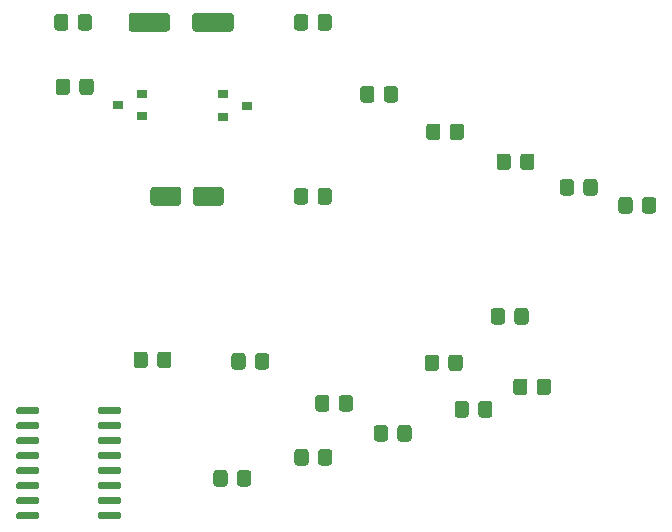
<source format=gbr>
%TF.GenerationSoftware,KiCad,Pcbnew,5.1.9-1.fc33*%
%TF.CreationDate,2021-01-27T11:43:12-03:00*%
%TF.ProjectId,santas_sequencer,73616e74-6173-45f7-9365-7175656e6365,rev?*%
%TF.SameCoordinates,Original*%
%TF.FileFunction,Paste,Bot*%
%TF.FilePolarity,Positive*%
%FSLAX46Y46*%
G04 Gerber Fmt 4.6, Leading zero omitted, Abs format (unit mm)*
G04 Created by KiCad (PCBNEW 5.1.9-1.fc33) date 2021-01-27 11:43:12*
%MOMM*%
%LPD*%
G01*
G04 APERTURE LIST*
%ADD10R,0.900000X0.800000*%
G04 APERTURE END LIST*
G36*
G01*
X121658000Y-102023000D02*
X121658000Y-100923000D01*
G75*
G02*
X121908000Y-100673000I250000J0D01*
G01*
X124008000Y-100673000D01*
G75*
G02*
X124258000Y-100923000I0J-250000D01*
G01*
X124258000Y-102023000D01*
G75*
G02*
X124008000Y-102273000I-250000J0D01*
G01*
X121908000Y-102273000D01*
G75*
G02*
X121658000Y-102023000I0J250000D01*
G01*
G37*
G36*
G01*
X118058000Y-102023000D02*
X118058000Y-100923000D01*
G75*
G02*
X118308000Y-100673000I250000J0D01*
G01*
X120408000Y-100673000D01*
G75*
G02*
X120658000Y-100923000I0J-250000D01*
G01*
X120658000Y-102023000D01*
G75*
G02*
X120408000Y-102273000I-250000J0D01*
G01*
X118308000Y-102273000D01*
G75*
G02*
X118058000Y-102023000I0J250000D01*
G01*
G37*
G36*
G01*
X121600000Y-87291000D02*
X121600000Y-86191000D01*
G75*
G02*
X121850000Y-85941000I250000J0D01*
G01*
X124850000Y-85941000D01*
G75*
G02*
X125100000Y-86191000I0J-250000D01*
G01*
X125100000Y-87291000D01*
G75*
G02*
X124850000Y-87541000I-250000J0D01*
G01*
X121850000Y-87541000D01*
G75*
G02*
X121600000Y-87291000I0J250000D01*
G01*
G37*
G36*
G01*
X116200000Y-87291000D02*
X116200000Y-86191000D01*
G75*
G02*
X116450000Y-85941000I250000J0D01*
G01*
X119450000Y-85941000D01*
G75*
G02*
X119700000Y-86191000I0J-250000D01*
G01*
X119700000Y-87291000D01*
G75*
G02*
X119450000Y-87541000I-250000J0D01*
G01*
X116450000Y-87541000D01*
G75*
G02*
X116200000Y-87291000I0J250000D01*
G01*
G37*
G36*
G01*
X112049000Y-92652001D02*
X112049000Y-91751999D01*
G75*
G02*
X112298999Y-91502000I249999J0D01*
G01*
X112999001Y-91502000D01*
G75*
G02*
X113249000Y-91751999I0J-249999D01*
G01*
X113249000Y-92652001D01*
G75*
G02*
X112999001Y-92902000I-249999J0D01*
G01*
X112298999Y-92902000D01*
G75*
G02*
X112049000Y-92652001I0J249999D01*
G01*
G37*
G36*
G01*
X110049000Y-92652001D02*
X110049000Y-91751999D01*
G75*
G02*
X110298999Y-91502000I249999J0D01*
G01*
X110999001Y-91502000D01*
G75*
G02*
X111249000Y-91751999I0J-249999D01*
G01*
X111249000Y-92652001D01*
G75*
G02*
X110999001Y-92902000I-249999J0D01*
G01*
X110298999Y-92902000D01*
G75*
G02*
X110049000Y-92652001I0J249999D01*
G01*
G37*
G36*
G01*
X113600000Y-128674000D02*
X113600000Y-128374000D01*
G75*
G02*
X113750000Y-128224000I150000J0D01*
G01*
X115425000Y-128224000D01*
G75*
G02*
X115575000Y-128374000I0J-150000D01*
G01*
X115575000Y-128674000D01*
G75*
G02*
X115425000Y-128824000I-150000J0D01*
G01*
X113750000Y-128824000D01*
G75*
G02*
X113600000Y-128674000I0J150000D01*
G01*
G37*
G36*
G01*
X113600000Y-127404000D02*
X113600000Y-127104000D01*
G75*
G02*
X113750000Y-126954000I150000J0D01*
G01*
X115425000Y-126954000D01*
G75*
G02*
X115575000Y-127104000I0J-150000D01*
G01*
X115575000Y-127404000D01*
G75*
G02*
X115425000Y-127554000I-150000J0D01*
G01*
X113750000Y-127554000D01*
G75*
G02*
X113600000Y-127404000I0J150000D01*
G01*
G37*
G36*
G01*
X113600000Y-126134000D02*
X113600000Y-125834000D01*
G75*
G02*
X113750000Y-125684000I150000J0D01*
G01*
X115425000Y-125684000D01*
G75*
G02*
X115575000Y-125834000I0J-150000D01*
G01*
X115575000Y-126134000D01*
G75*
G02*
X115425000Y-126284000I-150000J0D01*
G01*
X113750000Y-126284000D01*
G75*
G02*
X113600000Y-126134000I0J150000D01*
G01*
G37*
G36*
G01*
X113600000Y-124864000D02*
X113600000Y-124564000D01*
G75*
G02*
X113750000Y-124414000I150000J0D01*
G01*
X115425000Y-124414000D01*
G75*
G02*
X115575000Y-124564000I0J-150000D01*
G01*
X115575000Y-124864000D01*
G75*
G02*
X115425000Y-125014000I-150000J0D01*
G01*
X113750000Y-125014000D01*
G75*
G02*
X113600000Y-124864000I0J150000D01*
G01*
G37*
G36*
G01*
X113600000Y-123594000D02*
X113600000Y-123294000D01*
G75*
G02*
X113750000Y-123144000I150000J0D01*
G01*
X115425000Y-123144000D01*
G75*
G02*
X115575000Y-123294000I0J-150000D01*
G01*
X115575000Y-123594000D01*
G75*
G02*
X115425000Y-123744000I-150000J0D01*
G01*
X113750000Y-123744000D01*
G75*
G02*
X113600000Y-123594000I0J150000D01*
G01*
G37*
G36*
G01*
X113600000Y-122324000D02*
X113600000Y-122024000D01*
G75*
G02*
X113750000Y-121874000I150000J0D01*
G01*
X115425000Y-121874000D01*
G75*
G02*
X115575000Y-122024000I0J-150000D01*
G01*
X115575000Y-122324000D01*
G75*
G02*
X115425000Y-122474000I-150000J0D01*
G01*
X113750000Y-122474000D01*
G75*
G02*
X113600000Y-122324000I0J150000D01*
G01*
G37*
G36*
G01*
X113600000Y-121054000D02*
X113600000Y-120754000D01*
G75*
G02*
X113750000Y-120604000I150000J0D01*
G01*
X115425000Y-120604000D01*
G75*
G02*
X115575000Y-120754000I0J-150000D01*
G01*
X115575000Y-121054000D01*
G75*
G02*
X115425000Y-121204000I-150000J0D01*
G01*
X113750000Y-121204000D01*
G75*
G02*
X113600000Y-121054000I0J150000D01*
G01*
G37*
G36*
G01*
X113600000Y-119784000D02*
X113600000Y-119484000D01*
G75*
G02*
X113750000Y-119334000I150000J0D01*
G01*
X115425000Y-119334000D01*
G75*
G02*
X115575000Y-119484000I0J-150000D01*
G01*
X115575000Y-119784000D01*
G75*
G02*
X115425000Y-119934000I-150000J0D01*
G01*
X113750000Y-119934000D01*
G75*
G02*
X113600000Y-119784000I0J150000D01*
G01*
G37*
G36*
G01*
X106675000Y-119784000D02*
X106675000Y-119484000D01*
G75*
G02*
X106825000Y-119334000I150000J0D01*
G01*
X108500000Y-119334000D01*
G75*
G02*
X108650000Y-119484000I0J-150000D01*
G01*
X108650000Y-119784000D01*
G75*
G02*
X108500000Y-119934000I-150000J0D01*
G01*
X106825000Y-119934000D01*
G75*
G02*
X106675000Y-119784000I0J150000D01*
G01*
G37*
G36*
G01*
X106675000Y-121054000D02*
X106675000Y-120754000D01*
G75*
G02*
X106825000Y-120604000I150000J0D01*
G01*
X108500000Y-120604000D01*
G75*
G02*
X108650000Y-120754000I0J-150000D01*
G01*
X108650000Y-121054000D01*
G75*
G02*
X108500000Y-121204000I-150000J0D01*
G01*
X106825000Y-121204000D01*
G75*
G02*
X106675000Y-121054000I0J150000D01*
G01*
G37*
G36*
G01*
X106675000Y-122324000D02*
X106675000Y-122024000D01*
G75*
G02*
X106825000Y-121874000I150000J0D01*
G01*
X108500000Y-121874000D01*
G75*
G02*
X108650000Y-122024000I0J-150000D01*
G01*
X108650000Y-122324000D01*
G75*
G02*
X108500000Y-122474000I-150000J0D01*
G01*
X106825000Y-122474000D01*
G75*
G02*
X106675000Y-122324000I0J150000D01*
G01*
G37*
G36*
G01*
X106675000Y-123594000D02*
X106675000Y-123294000D01*
G75*
G02*
X106825000Y-123144000I150000J0D01*
G01*
X108500000Y-123144000D01*
G75*
G02*
X108650000Y-123294000I0J-150000D01*
G01*
X108650000Y-123594000D01*
G75*
G02*
X108500000Y-123744000I-150000J0D01*
G01*
X106825000Y-123744000D01*
G75*
G02*
X106675000Y-123594000I0J150000D01*
G01*
G37*
G36*
G01*
X106675000Y-124864000D02*
X106675000Y-124564000D01*
G75*
G02*
X106825000Y-124414000I150000J0D01*
G01*
X108500000Y-124414000D01*
G75*
G02*
X108650000Y-124564000I0J-150000D01*
G01*
X108650000Y-124864000D01*
G75*
G02*
X108500000Y-125014000I-150000J0D01*
G01*
X106825000Y-125014000D01*
G75*
G02*
X106675000Y-124864000I0J150000D01*
G01*
G37*
G36*
G01*
X106675000Y-126134000D02*
X106675000Y-125834000D01*
G75*
G02*
X106825000Y-125684000I150000J0D01*
G01*
X108500000Y-125684000D01*
G75*
G02*
X108650000Y-125834000I0J-150000D01*
G01*
X108650000Y-126134000D01*
G75*
G02*
X108500000Y-126284000I-150000J0D01*
G01*
X106825000Y-126284000D01*
G75*
G02*
X106675000Y-126134000I0J150000D01*
G01*
G37*
G36*
G01*
X106675000Y-127404000D02*
X106675000Y-127104000D01*
G75*
G02*
X106825000Y-126954000I150000J0D01*
G01*
X108500000Y-126954000D01*
G75*
G02*
X108650000Y-127104000I0J-150000D01*
G01*
X108650000Y-127404000D01*
G75*
G02*
X108500000Y-127554000I-150000J0D01*
G01*
X106825000Y-127554000D01*
G75*
G02*
X106675000Y-127404000I0J150000D01*
G01*
G37*
G36*
G01*
X106675000Y-128674000D02*
X106675000Y-128374000D01*
G75*
G02*
X106825000Y-128224000I150000J0D01*
G01*
X108500000Y-128224000D01*
G75*
G02*
X108650000Y-128374000I0J-150000D01*
G01*
X108650000Y-128674000D01*
G75*
G02*
X108500000Y-128824000I-150000J0D01*
G01*
X106825000Y-128824000D01*
G75*
G02*
X106675000Y-128674000I0J150000D01*
G01*
G37*
G36*
G01*
X158874000Y-101784999D02*
X158874000Y-102685001D01*
G75*
G02*
X158624001Y-102935000I-249999J0D01*
G01*
X157923999Y-102935000D01*
G75*
G02*
X157674000Y-102685001I0J249999D01*
G01*
X157674000Y-101784999D01*
G75*
G02*
X157923999Y-101535000I249999J0D01*
G01*
X158624001Y-101535000D01*
G75*
G02*
X158874000Y-101784999I0J-249999D01*
G01*
G37*
G36*
G01*
X160874000Y-101784999D02*
X160874000Y-102685001D01*
G75*
G02*
X160624001Y-102935000I-249999J0D01*
G01*
X159923999Y-102935000D01*
G75*
G02*
X159674000Y-102685001I0J249999D01*
G01*
X159674000Y-101784999D01*
G75*
G02*
X159923999Y-101535000I249999J0D01*
G01*
X160624001Y-101535000D01*
G75*
G02*
X160874000Y-101784999I0J-249999D01*
G01*
G37*
G36*
G01*
X153921000Y-100260999D02*
X153921000Y-101161001D01*
G75*
G02*
X153671001Y-101411000I-249999J0D01*
G01*
X152970999Y-101411000D01*
G75*
G02*
X152721000Y-101161001I0J249999D01*
G01*
X152721000Y-100260999D01*
G75*
G02*
X152970999Y-100011000I249999J0D01*
G01*
X153671001Y-100011000D01*
G75*
G02*
X153921000Y-100260999I0J-249999D01*
G01*
G37*
G36*
G01*
X155921000Y-100260999D02*
X155921000Y-101161001D01*
G75*
G02*
X155671001Y-101411000I-249999J0D01*
G01*
X154970999Y-101411000D01*
G75*
G02*
X154721000Y-101161001I0J249999D01*
G01*
X154721000Y-100260999D01*
G75*
G02*
X154970999Y-100011000I249999J0D01*
G01*
X155671001Y-100011000D01*
G75*
G02*
X155921000Y-100260999I0J-249999D01*
G01*
G37*
G36*
G01*
X148571000Y-98101999D02*
X148571000Y-99002001D01*
G75*
G02*
X148321001Y-99252000I-249999J0D01*
G01*
X147620999Y-99252000D01*
G75*
G02*
X147371000Y-99002001I0J249999D01*
G01*
X147371000Y-98101999D01*
G75*
G02*
X147620999Y-97852000I249999J0D01*
G01*
X148321001Y-97852000D01*
G75*
G02*
X148571000Y-98101999I0J-249999D01*
G01*
G37*
G36*
G01*
X150571000Y-98101999D02*
X150571000Y-99002001D01*
G75*
G02*
X150321001Y-99252000I-249999J0D01*
G01*
X149620999Y-99252000D01*
G75*
G02*
X149371000Y-99002001I0J249999D01*
G01*
X149371000Y-98101999D01*
G75*
G02*
X149620999Y-97852000I249999J0D01*
G01*
X150321001Y-97852000D01*
G75*
G02*
X150571000Y-98101999I0J-249999D01*
G01*
G37*
G36*
G01*
X142602000Y-95561999D02*
X142602000Y-96462001D01*
G75*
G02*
X142352001Y-96712000I-249999J0D01*
G01*
X141651999Y-96712000D01*
G75*
G02*
X141402000Y-96462001I0J249999D01*
G01*
X141402000Y-95561999D01*
G75*
G02*
X141651999Y-95312000I249999J0D01*
G01*
X142352001Y-95312000D01*
G75*
G02*
X142602000Y-95561999I0J-249999D01*
G01*
G37*
G36*
G01*
X144602000Y-95561999D02*
X144602000Y-96462001D01*
G75*
G02*
X144352001Y-96712000I-249999J0D01*
G01*
X143651999Y-96712000D01*
G75*
G02*
X143402000Y-96462001I0J249999D01*
G01*
X143402000Y-95561999D01*
G75*
G02*
X143651999Y-95312000I249999J0D01*
G01*
X144352001Y-95312000D01*
G75*
G02*
X144602000Y-95561999I0J-249999D01*
G01*
G37*
G36*
G01*
X137014000Y-92386999D02*
X137014000Y-93287001D01*
G75*
G02*
X136764001Y-93537000I-249999J0D01*
G01*
X136063999Y-93537000D01*
G75*
G02*
X135814000Y-93287001I0J249999D01*
G01*
X135814000Y-92386999D01*
G75*
G02*
X136063999Y-92137000I249999J0D01*
G01*
X136764001Y-92137000D01*
G75*
G02*
X137014000Y-92386999I0J-249999D01*
G01*
G37*
G36*
G01*
X139014000Y-92386999D02*
X139014000Y-93287001D01*
G75*
G02*
X138764001Y-93537000I-249999J0D01*
G01*
X138063999Y-93537000D01*
G75*
G02*
X137814000Y-93287001I0J249999D01*
G01*
X137814000Y-92386999D01*
G75*
G02*
X138063999Y-92137000I249999J0D01*
G01*
X138764001Y-92137000D01*
G75*
G02*
X139014000Y-92386999I0J-249999D01*
G01*
G37*
G36*
G01*
X148079000Y-111182999D02*
X148079000Y-112083001D01*
G75*
G02*
X147829001Y-112333000I-249999J0D01*
G01*
X147128999Y-112333000D01*
G75*
G02*
X146879000Y-112083001I0J249999D01*
G01*
X146879000Y-111182999D01*
G75*
G02*
X147128999Y-110933000I249999J0D01*
G01*
X147829001Y-110933000D01*
G75*
G02*
X148079000Y-111182999I0J-249999D01*
G01*
G37*
G36*
G01*
X150079000Y-111182999D02*
X150079000Y-112083001D01*
G75*
G02*
X149829001Y-112333000I-249999J0D01*
G01*
X149128999Y-112333000D01*
G75*
G02*
X148879000Y-112083001I0J249999D01*
G01*
X148879000Y-111182999D01*
G75*
G02*
X149128999Y-110933000I249999J0D01*
G01*
X149829001Y-110933000D01*
G75*
G02*
X150079000Y-111182999I0J-249999D01*
G01*
G37*
G36*
G01*
X149968000Y-117151999D02*
X149968000Y-118052001D01*
G75*
G02*
X149718001Y-118302000I-249999J0D01*
G01*
X149017999Y-118302000D01*
G75*
G02*
X148768000Y-118052001I0J249999D01*
G01*
X148768000Y-117151999D01*
G75*
G02*
X149017999Y-116902000I249999J0D01*
G01*
X149718001Y-116902000D01*
G75*
G02*
X149968000Y-117151999I0J-249999D01*
G01*
G37*
G36*
G01*
X151968000Y-117151999D02*
X151968000Y-118052001D01*
G75*
G02*
X151718001Y-118302000I-249999J0D01*
G01*
X151017999Y-118302000D01*
G75*
G02*
X150768000Y-118052001I0J249999D01*
G01*
X150768000Y-117151999D01*
G75*
G02*
X151017999Y-116902000I249999J0D01*
G01*
X151718001Y-116902000D01*
G75*
G02*
X151968000Y-117151999I0J-249999D01*
G01*
G37*
G36*
G01*
X142491000Y-115119999D02*
X142491000Y-116020001D01*
G75*
G02*
X142241001Y-116270000I-249999J0D01*
G01*
X141540999Y-116270000D01*
G75*
G02*
X141291000Y-116020001I0J249999D01*
G01*
X141291000Y-115119999D01*
G75*
G02*
X141540999Y-114870000I249999J0D01*
G01*
X142241001Y-114870000D01*
G75*
G02*
X142491000Y-115119999I0J-249999D01*
G01*
G37*
G36*
G01*
X144491000Y-115119999D02*
X144491000Y-116020001D01*
G75*
G02*
X144241001Y-116270000I-249999J0D01*
G01*
X143540999Y-116270000D01*
G75*
G02*
X143291000Y-116020001I0J249999D01*
G01*
X143291000Y-115119999D01*
G75*
G02*
X143540999Y-114870000I249999J0D01*
G01*
X144241001Y-114870000D01*
G75*
G02*
X144491000Y-115119999I0J-249999D01*
G01*
G37*
G36*
G01*
X145015000Y-119056999D02*
X145015000Y-119957001D01*
G75*
G02*
X144765001Y-120207000I-249999J0D01*
G01*
X144064999Y-120207000D01*
G75*
G02*
X143815000Y-119957001I0J249999D01*
G01*
X143815000Y-119056999D01*
G75*
G02*
X144064999Y-118807000I249999J0D01*
G01*
X144765001Y-118807000D01*
G75*
G02*
X145015000Y-119056999I0J-249999D01*
G01*
G37*
G36*
G01*
X147015000Y-119056999D02*
X147015000Y-119957001D01*
G75*
G02*
X146765001Y-120207000I-249999J0D01*
G01*
X146064999Y-120207000D01*
G75*
G02*
X145815000Y-119957001I0J249999D01*
G01*
X145815000Y-119056999D01*
G75*
G02*
X146064999Y-118807000I249999J0D01*
G01*
X146765001Y-118807000D01*
G75*
G02*
X147015000Y-119056999I0J-249999D01*
G01*
G37*
G36*
G01*
X133204000Y-118548999D02*
X133204000Y-119449001D01*
G75*
G02*
X132954001Y-119699000I-249999J0D01*
G01*
X132253999Y-119699000D01*
G75*
G02*
X132004000Y-119449001I0J249999D01*
G01*
X132004000Y-118548999D01*
G75*
G02*
X132253999Y-118299000I249999J0D01*
G01*
X132954001Y-118299000D01*
G75*
G02*
X133204000Y-118548999I0J-249999D01*
G01*
G37*
G36*
G01*
X135204000Y-118548999D02*
X135204000Y-119449001D01*
G75*
G02*
X134954001Y-119699000I-249999J0D01*
G01*
X134253999Y-119699000D01*
G75*
G02*
X134004000Y-119449001I0J249999D01*
G01*
X134004000Y-118548999D01*
G75*
G02*
X134253999Y-118299000I249999J0D01*
G01*
X134954001Y-118299000D01*
G75*
G02*
X135204000Y-118548999I0J-249999D01*
G01*
G37*
G36*
G01*
X138173000Y-121088999D02*
X138173000Y-121989001D01*
G75*
G02*
X137923001Y-122239000I-249999J0D01*
G01*
X137222999Y-122239000D01*
G75*
G02*
X136973000Y-121989001I0J249999D01*
G01*
X136973000Y-121088999D01*
G75*
G02*
X137222999Y-120839000I249999J0D01*
G01*
X137923001Y-120839000D01*
G75*
G02*
X138173000Y-121088999I0J-249999D01*
G01*
G37*
G36*
G01*
X140173000Y-121088999D02*
X140173000Y-121989001D01*
G75*
G02*
X139923001Y-122239000I-249999J0D01*
G01*
X139222999Y-122239000D01*
G75*
G02*
X138973000Y-121989001I0J249999D01*
G01*
X138973000Y-121088999D01*
G75*
G02*
X139222999Y-120839000I249999J0D01*
G01*
X139923001Y-120839000D01*
G75*
G02*
X140173000Y-121088999I0J-249999D01*
G01*
G37*
G36*
G01*
X126108000Y-114992999D02*
X126108000Y-115893001D01*
G75*
G02*
X125858001Y-116143000I-249999J0D01*
G01*
X125157999Y-116143000D01*
G75*
G02*
X124908000Y-115893001I0J249999D01*
G01*
X124908000Y-114992999D01*
G75*
G02*
X125157999Y-114743000I249999J0D01*
G01*
X125858001Y-114743000D01*
G75*
G02*
X126108000Y-114992999I0J-249999D01*
G01*
G37*
G36*
G01*
X128108000Y-114992999D02*
X128108000Y-115893001D01*
G75*
G02*
X127858001Y-116143000I-249999J0D01*
G01*
X127157999Y-116143000D01*
G75*
G02*
X126908000Y-115893001I0J249999D01*
G01*
X126908000Y-114992999D01*
G75*
G02*
X127157999Y-114743000I249999J0D01*
G01*
X127858001Y-114743000D01*
G75*
G02*
X128108000Y-114992999I0J-249999D01*
G01*
G37*
G36*
G01*
X131442000Y-123120999D02*
X131442000Y-124021001D01*
G75*
G02*
X131192001Y-124271000I-249999J0D01*
G01*
X130491999Y-124271000D01*
G75*
G02*
X130242000Y-124021001I0J249999D01*
G01*
X130242000Y-123120999D01*
G75*
G02*
X130491999Y-122871000I249999J0D01*
G01*
X131192001Y-122871000D01*
G75*
G02*
X131442000Y-123120999I0J-249999D01*
G01*
G37*
G36*
G01*
X133442000Y-123120999D02*
X133442000Y-124021001D01*
G75*
G02*
X133192001Y-124271000I-249999J0D01*
G01*
X132491999Y-124271000D01*
G75*
G02*
X132242000Y-124021001I0J249999D01*
G01*
X132242000Y-123120999D01*
G75*
G02*
X132491999Y-122871000I249999J0D01*
G01*
X133192001Y-122871000D01*
G75*
G02*
X133442000Y-123120999I0J-249999D01*
G01*
G37*
G36*
G01*
X117837000Y-114865999D02*
X117837000Y-115766001D01*
G75*
G02*
X117587001Y-116016000I-249999J0D01*
G01*
X116886999Y-116016000D01*
G75*
G02*
X116637000Y-115766001I0J249999D01*
G01*
X116637000Y-114865999D01*
G75*
G02*
X116886999Y-114616000I249999J0D01*
G01*
X117587001Y-114616000D01*
G75*
G02*
X117837000Y-114865999I0J-249999D01*
G01*
G37*
G36*
G01*
X119837000Y-114865999D02*
X119837000Y-115766001D01*
G75*
G02*
X119587001Y-116016000I-249999J0D01*
G01*
X118886999Y-116016000D01*
G75*
G02*
X118637000Y-115766001I0J249999D01*
G01*
X118637000Y-114865999D01*
G75*
G02*
X118886999Y-114616000I249999J0D01*
G01*
X119587001Y-114616000D01*
G75*
G02*
X119837000Y-114865999I0J-249999D01*
G01*
G37*
G36*
G01*
X124584000Y-124898999D02*
X124584000Y-125799001D01*
G75*
G02*
X124334001Y-126049000I-249999J0D01*
G01*
X123633999Y-126049000D01*
G75*
G02*
X123384000Y-125799001I0J249999D01*
G01*
X123384000Y-124898999D01*
G75*
G02*
X123633999Y-124649000I249999J0D01*
G01*
X124334001Y-124649000D01*
G75*
G02*
X124584000Y-124898999I0J-249999D01*
G01*
G37*
G36*
G01*
X126584000Y-124898999D02*
X126584000Y-125799001D01*
G75*
G02*
X126334001Y-126049000I-249999J0D01*
G01*
X125633999Y-126049000D01*
G75*
G02*
X125384000Y-125799001I0J249999D01*
G01*
X125384000Y-124898999D01*
G75*
G02*
X125633999Y-124649000I249999J0D01*
G01*
X126334001Y-124649000D01*
G75*
G02*
X126584000Y-124898999I0J-249999D01*
G01*
G37*
G36*
G01*
X111906000Y-87191001D02*
X111906000Y-86290999D01*
G75*
G02*
X112155999Y-86041000I249999J0D01*
G01*
X112856001Y-86041000D01*
G75*
G02*
X113106000Y-86290999I0J-249999D01*
G01*
X113106000Y-87191001D01*
G75*
G02*
X112856001Y-87441000I-249999J0D01*
G01*
X112155999Y-87441000D01*
G75*
G02*
X111906000Y-87191001I0J249999D01*
G01*
G37*
G36*
G01*
X109906000Y-87191001D02*
X109906000Y-86290999D01*
G75*
G02*
X110155999Y-86041000I249999J0D01*
G01*
X110856001Y-86041000D01*
G75*
G02*
X111106000Y-86290999I0J-249999D01*
G01*
X111106000Y-87191001D01*
G75*
G02*
X110856001Y-87441000I-249999J0D01*
G01*
X110155999Y-87441000D01*
G75*
G02*
X109906000Y-87191001I0J249999D01*
G01*
G37*
G36*
G01*
X131410000Y-86290999D02*
X131410000Y-87191001D01*
G75*
G02*
X131160001Y-87441000I-249999J0D01*
G01*
X130459999Y-87441000D01*
G75*
G02*
X130210000Y-87191001I0J249999D01*
G01*
X130210000Y-86290999D01*
G75*
G02*
X130459999Y-86041000I249999J0D01*
G01*
X131160001Y-86041000D01*
G75*
G02*
X131410000Y-86290999I0J-249999D01*
G01*
G37*
G36*
G01*
X133410000Y-86290999D02*
X133410000Y-87191001D01*
G75*
G02*
X133160001Y-87441000I-249999J0D01*
G01*
X132459999Y-87441000D01*
G75*
G02*
X132210000Y-87191001I0J249999D01*
G01*
X132210000Y-86290999D01*
G75*
G02*
X132459999Y-86041000I249999J0D01*
G01*
X133160001Y-86041000D01*
G75*
G02*
X133410000Y-86290999I0J-249999D01*
G01*
G37*
G36*
G01*
X131410000Y-101022999D02*
X131410000Y-101923001D01*
G75*
G02*
X131160001Y-102173000I-249999J0D01*
G01*
X130459999Y-102173000D01*
G75*
G02*
X130210000Y-101923001I0J249999D01*
G01*
X130210000Y-101022999D01*
G75*
G02*
X130459999Y-100773000I249999J0D01*
G01*
X131160001Y-100773000D01*
G75*
G02*
X131410000Y-101022999I0J-249999D01*
G01*
G37*
G36*
G01*
X133410000Y-101022999D02*
X133410000Y-101923001D01*
G75*
G02*
X133160001Y-102173000I-249999J0D01*
G01*
X132459999Y-102173000D01*
G75*
G02*
X132210000Y-101923001I0J249999D01*
G01*
X132210000Y-101022999D01*
G75*
G02*
X132459999Y-100773000I249999J0D01*
G01*
X133160001Y-100773000D01*
G75*
G02*
X133410000Y-101022999I0J-249999D01*
G01*
G37*
D10*
X126222000Y-93787000D03*
X124222000Y-92837000D03*
X124222000Y-94737000D03*
X115332000Y-93726000D03*
X117332000Y-94676000D03*
X117332000Y-92776000D03*
M02*

</source>
